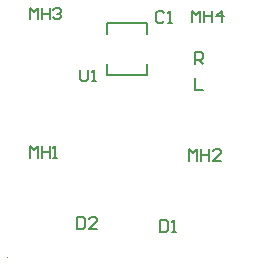
<source format=gto>
G04 Layer_Color=65535*
%FSAX24Y24*%
%MOIN*%
G70*
G01*
G75*
%ADD24C,0.0039*%
%ADD25C,0.0079*%
D24*
X017564Y021690D02*
G03*
X017564Y021690I-000020J000000D01*
G01*
X014390Y013872D02*
G03*
X014390Y013872I-000020J000000D01*
G01*
X022392Y015965D02*
G03*
X022392Y015965I-000020J000000D01*
G01*
D25*
X017702Y021336D02*
Y021690D01*
Y019958D02*
Y020312D01*
X019041Y021336D02*
Y021690D01*
Y019958D02*
Y020312D01*
X017702Y021690D02*
X019041D01*
X017702Y019958D02*
X019041D01*
X016796Y020135D02*
Y019807D01*
X016862Y019741D01*
X016993D01*
X017059Y019807D01*
Y020135D01*
X017190Y019741D02*
X017321D01*
X017256D01*
Y020135D01*
X017190Y020069D01*
X016698Y015214D02*
Y014820D01*
X016895D01*
X016960Y014886D01*
Y015148D01*
X016895Y015214D01*
X016698D01*
X017354Y014820D02*
X017092D01*
X017354Y015082D01*
Y015148D01*
X017288Y015214D01*
X017157D01*
X017092Y015148D01*
X019454Y015115D02*
Y014722D01*
X019651D01*
X019716Y014787D01*
Y015050D01*
X019651Y015115D01*
X019454D01*
X019848Y014722D02*
X019979D01*
X019913D01*
Y015115D01*
X019848Y015050D01*
X020438Y017084D02*
Y017477D01*
X020569Y017346D01*
X020701Y017477D01*
Y017084D01*
X020832Y017477D02*
Y017084D01*
Y017281D01*
X021094D01*
Y017477D01*
Y017084D01*
X021488D02*
X021225D01*
X021488Y017346D01*
Y017412D01*
X021422Y017477D01*
X021291D01*
X021225Y017412D01*
X020537Y021710D02*
Y022103D01*
X020668Y021972D01*
X020799Y022103D01*
Y021710D01*
X020930Y022103D02*
Y021710D01*
Y021907D01*
X021193D01*
Y022103D01*
Y021710D01*
X021521D02*
Y022103D01*
X021324Y021907D01*
X021586D01*
X015123Y021808D02*
Y022202D01*
X015254Y022071D01*
X015386Y022202D01*
Y021808D01*
X015517Y022202D02*
Y021808D01*
Y022005D01*
X015779D01*
Y022202D01*
Y021808D01*
X015910Y022136D02*
X015976Y022202D01*
X016107D01*
X016173Y022136D01*
Y022071D01*
X016107Y022005D01*
X016042D01*
X016107D01*
X016173Y021939D01*
Y021874D01*
X016107Y021808D01*
X015976D01*
X015910Y021874D01*
X015123Y017182D02*
Y017576D01*
X015254Y017445D01*
X015386Y017576D01*
Y017182D01*
X015517Y017576D02*
Y017182D01*
Y017379D01*
X015779D01*
Y017576D01*
Y017182D01*
X015910D02*
X016042D01*
X015976D01*
Y017576D01*
X015910Y017510D01*
X020635Y019840D02*
Y019446D01*
X020897D01*
X020635Y020332D02*
Y020725D01*
X020832D01*
X020897Y020660D01*
Y020529D01*
X020832Y020463D01*
X020635D01*
X020766D02*
X020897Y020332D01*
X019592Y022008D02*
X019527Y022074D01*
X019396D01*
X019330Y022008D01*
Y021746D01*
X019396Y021680D01*
X019527D01*
X019592Y021746D01*
X019724Y021680D02*
X019855D01*
X019789D01*
Y022074D01*
X019724Y022008D01*
M02*

</source>
